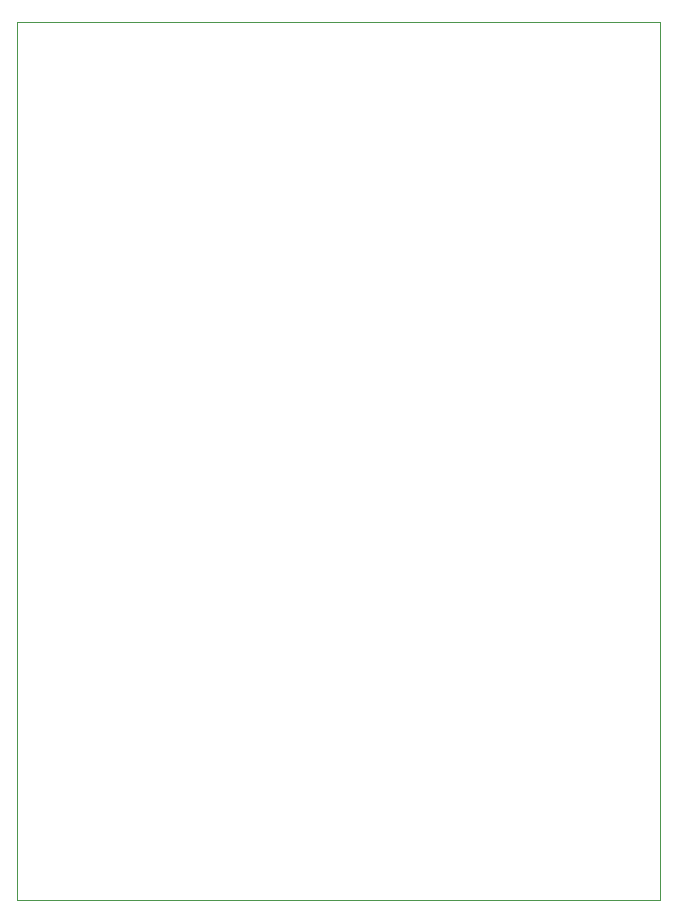
<source format=gm1>
%TF.GenerationSoftware,KiCad,Pcbnew,(6.0.7)*%
%TF.CreationDate,2022-08-17T23:10:38-05:00*%
%TF.ProjectId,clock_module,636c6f63-6b5f-46d6-9f64-756c652e6b69,rev?*%
%TF.SameCoordinates,Original*%
%TF.FileFunction,Profile,NP*%
%FSLAX46Y46*%
G04 Gerber Fmt 4.6, Leading zero omitted, Abs format (unit mm)*
G04 Created by KiCad (PCBNEW (6.0.7)) date 2022-08-17 23:10:38*
%MOMM*%
%LPD*%
G01*
G04 APERTURE LIST*
%TA.AperFunction,Profile*%
%ADD10C,0.100000*%
%TD*%
G04 APERTURE END LIST*
D10*
X178435000Y-140512800D02*
X123977400Y-140512800D01*
X123977400Y-140512800D02*
X123977400Y-66167000D01*
X123977400Y-66167000D02*
X178435000Y-66167000D01*
X178435000Y-66167000D02*
X178435000Y-140512800D01*
M02*

</source>
